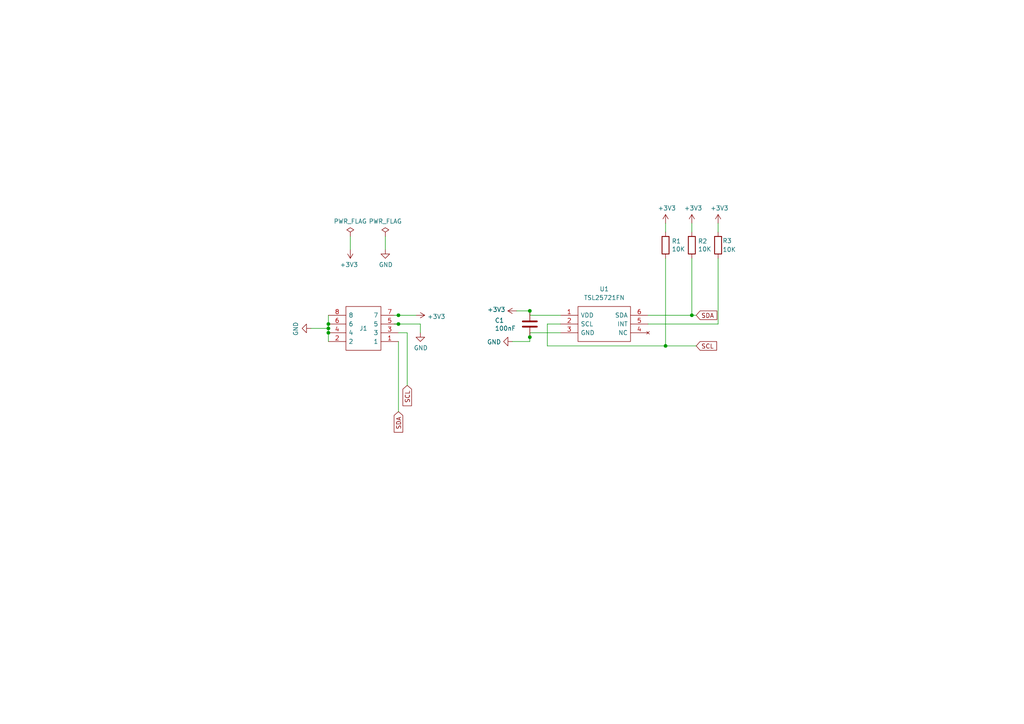
<source format=kicad_sch>
(kicad_sch (version 20211123) (generator eeschema)
  (paper "A4")
  (lib_symbols
    (symbol "Device:C" (pin_numbers hide) (pin_names (offset 0.254))
      (property "Reference" "C" (at 0.635 2.54 0))
      (property "Value" "C" (at 0.635 -2.54 0))
      (symbol "C_0_1"
        (polyline (pts (xy -2.032 -0.762) (xy 2.032 -0.762)) (stroke (width 0.508)))
        (polyline (pts (xy -2.032 0.762) (xy 2.032 0.762)) (stroke (width 0.508)))
      )
      (symbol "C_1_1"
        (pin passive line (at 0 3.81 270) (length 2.794) (name "~") (number "1"))
        (pin passive line (at 0 -3.81 90) (length 2.794) (name "~") (number "2"))
      )
    )
    (symbol "Device:R" (pin_numbers hide) (pin_names (offset 0))
      (property "Reference" "R" (at 2.032 0 90))
      (property "Value" "R" (at 0 0 90))
      (symbol "R_0_1"
        (rectangle (start -1.016 -2.54) (end 1.016 2.54) (stroke (width 0.254)))
      )
      (symbol "R_1_1"
        (pin passive line (at 0 3.81 270) (length 1.27) (name "~") (number "1"))
        (pin passive line (at 0 -3.81 90) (length 1.27) (name "~") (number "2"))
      )
    )
    (symbol "SamacSys_Parts:TSL25721FN" (pin_names (offset 0.762))
      (property "Reference" "U1" (at 12.7 7.62 0))
      (property "Value" "TSL25721FN" (at 12.7 5.08 0))
      (symbol "TSL25721FN_0_0"
        (pin passive line (at 0 0 0) (length 5.08) (name "VDD") (number "1"))
        (pin passive line (at 0 -2.54 0) (length 5.08) (name "SCL") (number "2"))
        (pin passive line (at 0 -5.08 0) (length 5.08) (name "GND") (number "3"))
        (pin no_connect line (at 25.4 -5.08 180) (length 5.08) (name "NC") (number "4"))
        (pin passive line (at 25.4 -2.54 180) (length 5.08) (name "INT") (number "5"))
        (pin passive line (at 25.4 0 180) (length 5.08) (name "SDA") (number "6"))
      )
      (symbol "TSL25721FN_0_1"
        (polyline (pts (xy 5.08 2.54) (xy 20.32 2.54) (xy 20.32 -7.62) (xy 5.08 -7.62) (xy 5.08 2.54)) (stroke (width 0.1524)))
      )
    )
    (symbol "SamacSys_Parts:TSM-104-02-S-DV-P-TR" (pin_names (offset 0.762))
      (property "Reference" "J" (at 16.51 7.62 0))
      (property "Value" "SamacSys_Parts_TSM-104-02-S-DV-P-TR" (at 16.51 5.08 0))
      (symbol "TSM-104-02-S-DV-P-TR_0_0"
        (pin passive line (at 20.32 -7.62 180) (length 5.08) (name "1") (number "1"))
        (pin passive line (at 0 -7.62 0) (length 5.08) (name "2") (number "2"))
        (pin passive line (at 20.32 -5.08 180) (length 5.08) (name "3") (number "3"))
        (pin passive line (at 0 -5.08 0) (length 5.08) (name "4") (number "4"))
        (pin passive line (at 20.32 -2.54 180) (length 5.08) (name "5") (number "5"))
        (pin passive line (at 0 -2.54 0) (length 5.08) (name "6") (number "6"))
        (pin passive line (at 20.32 0 180) (length 5.08) (name "7") (number "7"))
        (pin passive line (at 0 0 0) (length 5.08) (name "8") (number "8"))
      )
      (symbol "TSM-104-02-S-DV-P-TR_0_1"
        (polyline (pts (xy 5.08 2.54) (xy 15.24 2.54) (xy 15.24 -10.16) (xy 5.08 -10.16) (xy 5.08 2.54)) (stroke (width 0.1524)))
      )
    )
    (symbol "power:+3.3V" (power) (pin_names (offset 0))
      (property "Value" "+3.3V" (at 0 3.556 0))
      (symbol "+3.3V_0_1"
        (polyline (pts (xy -0.762 1.27) (xy 0 2.54)))
        (polyline (pts (xy 0 0) (xy 0 2.54)))
        (polyline (pts (xy 0 2.54) (xy 0.762 1.27)))
      )
      (symbol "+3.3V_1_1"
        (pin power_in line (at 0 0 90) (length 0) hide (name "+3V3") (number "1"))
      )
    )
    (symbol "power:GND" (power) (pin_names (offset 0))
      (property "Value" "GND" (at 0 -3.81 0))
      (symbol "GND_0_1"
        (polyline (pts (xy 0 0) (xy 0 -1.27) (xy 1.27 -1.27) (xy 0 -2.54) (xy -1.27 -1.27) (xy 0 -1.27)))
      )
      (symbol "GND_1_1"
        (pin power_in line (at 0 0 270) (length 0) hide (name "GND") (number "1"))
      )
    )
    (symbol "power:PWR_FLAG" (power) (pin_numbers hide) (pin_names (offset 0) hide)
      (property "Value" "PWR_FLAG" (at 0 3.81 0))
      (symbol "PWR_FLAG_0_0"
        (pin power_out line (at 0 0 90) (length 0) (name "pwr") (number "1"))
      )
      (symbol "PWR_FLAG_0_1"
        (polyline (pts (xy 0 0) (xy 0 1.27) (xy -1.016 1.905) (xy 0 2.54) (xy 1.016 1.905) (xy 0 1.27)))
      )
    )
  )
  (junction (at 115.57 91.44))
  (junction (at 95.25 93.98))
  (junction (at 153.67 97.79))
  (junction (at 153.67 90.17))
  (junction (at 193.04 100.33))
  (junction (at 95.25 96.52))
  (junction (at 200.66 91.44))
  (junction (at 95.25 95.25))
  (junction (at 115.57 93.98))
  (wire (pts (xy 153.67 97.79) (xy 153.67 99.06)))
  (wire (pts (xy 101.6 68.58) (xy 101.6 72.39)))
  (wire (pts (xy 153.67 91.44) (xy 153.67 90.17)))
  (wire (pts (xy 118.11 96.52) (xy 115.57 96.52)))
  (wire (pts (xy 95.25 96.52) (xy 95.25 99.06)))
  (wire (pts (xy 153.67 99.06) (xy 148.59 99.06)))
  (wire (pts (xy 208.28 64.77) (xy 208.28 67.31)))
  (wire (pts (xy 95.25 93.98) (xy 95.25 95.25)))
  (wire (pts (xy 162.56 93.98) (xy 158.75 93.98)))
  (wire (pts (xy 158.75 93.98) (xy 158.75 100.33)))
  (wire (pts (xy 193.04 100.33) (xy 201.93 100.33)))
  (wire (pts (xy 115.57 91.44) (xy 120.65 91.44)))
  (wire (pts (xy 201.93 91.44) (xy 200.66 91.44)))
  (wire (pts (xy 208.28 93.98) (xy 187.96 93.98)))
  (wire (pts (xy 114.3 91.44) (xy 115.57 91.44)))
  (wire (pts (xy 115.57 93.98) (xy 121.92 93.98)))
  (wire (pts (xy 95.25 91.44) (xy 95.25 93.98)))
  (wire (pts (xy 90.17 95.25) (xy 95.25 95.25)))
  (wire (pts (xy 158.75 100.33) (xy 193.04 100.33)))
  (wire (pts (xy 193.04 74.93) (xy 193.04 100.33)))
  (wire (pts (xy 200.66 91.44) (xy 187.96 91.44)))
  (wire (pts (xy 193.04 64.77) (xy 193.04 67.31)))
  (wire (pts (xy 200.66 67.31) (xy 200.66 64.77)))
  (wire (pts (xy 162.56 96.52) (xy 153.67 96.52)))
  (wire (pts (xy 111.76 72.39) (xy 111.76 68.58)))
  (wire (pts (xy 118.11 96.52) (xy 118.11 111.76)))
  (wire (pts (xy 95.25 95.25) (xy 95.25 96.52)))
  (wire (pts (xy 121.92 96.52) (xy 121.92 93.98)))
  (wire (pts (xy 153.67 90.17) (xy 149.86 90.17)))
  (wire (pts (xy 162.56 91.44) (xy 153.67 91.44)))
  (wire (pts (xy 200.66 91.44) (xy 200.66 74.93)))
  (wire (pts (xy 114.3 93.98) (xy 115.57 93.98)))
  (wire (pts (xy 208.28 74.93) (xy 208.28 93.98)))
  (wire (pts (xy 153.67 96.52) (xy 153.67 97.79)))
  (wire (pts (xy 115.57 99.06) (xy 115.57 119.38)))
  (global_label "SDA" (shape input) (at 115.57 119.38 270) (property "Intersheet References" "${INTERSHEET_REFS}" (effects hide)))
  (global_label "SCL" (shape input) (at 118.11 111.76 270) (property "Intersheet References" "${INTERSHEET_REFS}" (effects hide)))
  (global_label "SDA" (shape input) (at 201.93 91.44 0) (property "Intersheet References" "${INTERSHEET_REFS}" (effects hide)))
  (global_label "SCL" (shape input) (at 201.93 100.33 0) (property "Intersheet References" "${INTERSHEET_REFS}" (effects hide)))
  (symbol (lib_id "SamacSys_Parts:TSM-104-02-S-DV-P-TR") (at 95.25 91.44 0) (unit 1)
    (property "Reference" "J1" (at 105.41 95.25 0))
    (property "Value" "TSM-104-02-S-DV-P-TR" (effects hide))
    (property "Footprint" "TSM-104-YY-ZZZ-DV-P-TR" (effects hide))
    (property "Datasheet" "http://suddendocs.samtec.com/prints/tsm-1xx-xx-xxx-xx-x-xxx-x-mkt.pdf" (effects hide))
    (property "Description" "8 Position, Dual-Row, .100&quot; Surface Mount Terminal Strip" (effects hide))
    (property "Manufacturer_Name" "SAMTEC" (effects hide))
    (property "Manufacturer_Part_Number" "TSM-104-02-S-DV-P-TR" (effects hide))
    (property "Arrow Part Number" "TSM-104-02-S-DV-P-TR" (effects hide))
    (property "Arrow Price/Stock" "https://www.arrow.com/en/products/tsm-104-02-s-dv-p-tr/samtec" (effects hide))
    (property "Mouser Part Number" "200-TSM10402SDVPTR" (effects hide))
    (property "Mouser Price/Stock" "https://www.mouser.co.uk/ProductDetail/Samtec/TSM-104-02-S-DV-P-TR?qs=0lQeLiL1qyYnr3uHEjAxRw%3D%3D" (effects hide))
  )
  (symbol (lib_id "power:+3.3V") (at 101.6 72.39 180) (unit 1)
    (property "Reference" "#PWR0101" (effects hide))
    (property "Value" "+3.3V" (at 101.219 76.7842 0))
  )
  (symbol (lib_id "power:GND") (at 111.76 72.39 0) (unit 1)
    (property "Reference" "#PWR0102" (effects hide))
    (property "Value" "GND" (at 111.887 76.7842 0))
  )
  (symbol (lib_id "power:PWR_FLAG") (at 101.6 68.58 0) (unit 1)
    (property "Reference" "#FLG0101" (effects hide))
    (property "Value" "PWR_FLAG" (at 101.6 64.1858 0))
  )
  (symbol (lib_id "power:+3.3V") (at 120.65 91.44 270) (unit 1)
    (property "Reference" "#PWR0104" (effects hide))
    (property "Value" "+3.3V" (at 123.9012 91.821 90) (effects (justify left)))
  )
  (symbol (lib_id "power:GND") (at 121.92 96.52 0) (unit 1)
    (property "Reference" "#PWR0105" (effects hide))
    (property "Value" "GND" (at 122.047 100.9142 0))
  )
  (symbol (lib_id "power:+3.3V") (at 149.86 90.17 90) (unit 1)
    (property "Reference" "#PWR0106" (effects hide))
    (property "Value" "+3.3V" (at 146.6088 89.789 90) (effects (justify left)))
  )
  (symbol (lib_id "power:GND") (at 148.59 99.06 270) (unit 1)
    (property "Reference" "#PWR0107" (effects hide))
    (property "Value" "GND" (at 145.3388 99.187 90) (effects (justify right)))
  )
  (symbol (lib_id "power:PWR_FLAG") (at 111.76 68.58 0) (unit 1)
    (property "Reference" "#FLG0102" (effects hide))
    (property "Value" "PWR_FLAG" (at 111.76 64.1858 0))
  )
  (symbol (lib_id "Device:C") (at 153.67 93.98 0) (unit 1)
    (property "Reference" "C1" (at 143.51 92.9386 0) (effects (justify left)))
    (property "Value" "100nF" (at 143.51 95.25 0) (effects (justify left)))
    (property "Footprint" "Capacitor_SMD:C_1206_3216Metric_Pad1.42x1.75mm_HandSolder" (effects hide))
  )
  (symbol (lib_id "power:+3.3V") (at 208.28 64.77 0) (unit 1)
    (property "Reference" "#PWR0103" (effects hide))
    (property "Value" "+3.3V" (at 208.661 60.3758 0))
  )
  (symbol (lib_id "Device:R") (at 208.28 71.12 0) (unit 1)
    (property "Reference" "R3" (at 209.55 69.85 0) (effects (justify left)))
    (property "Value" "10K" (at 209.55 72.39 0) (effects (justify left)))
    (property "Footprint" "Resistor_SMD:R_1206_3216Metric" (effects hide))
  )
  (symbol (lib_id "Device:R") (at 193.04 71.12 0) (unit 1)
    (property "Reference" "R1" (at 194.818 69.9516 0) (effects (justify left)))
    (property "Value" "10K" (at 194.818 72.263 0) (effects (justify left)))
    (property "Footprint" "Resistor_SMD:R_1206_3216Metric" (effects hide))
  )
  (symbol (lib_id "Device:R") (at 200.66 71.12 0) (unit 1)
    (property "Reference" "R2" (at 202.438 69.9516 0) (effects (justify left)))
    (property "Value" "10K" (at 202.438 72.263 0) (effects (justify left)))
    (property "Footprint" "Resistor_SMD:R_1206_3216Metric" (effects hide))
  )
  (symbol (lib_id "power:+3.3V") (at 193.04 64.77 0) (unit 1)
    (property "Reference" "#PWR0108" (effects hide))
    (property "Value" "+3.3V" (at 193.421 60.3758 0))
  )
  (symbol (lib_id "power:+3.3V") (at 200.66 64.77 0) (unit 1)
    (property "Reference" "#PWR0109" (effects hide))
    (property "Value" "+3.3V" (at 201.041 60.3758 0))
  )
  (symbol (lib_id "power:GND") (at 90.17 95.25 270) (unit 1)
    (property "Reference" "#PWR0110" (effects hide))
    (property "Value" "GND" (at 85.7758 95.377 0))
  )
  (symbol (lib_id "SamacSys_Parts:TSL25721FN") (at 162.56 91.44 0) (unit 1)
    (property "Reference" "U1" (at 175.26 83.82 0))
    (property "Value" "TSL25721FN" (at 175.26 86.36 0))
    (property "Footprint" "KiCAD Part Library:TSL2752" (effects hide))
    (property "Datasheet" "https://datasheet.datasheetarchive.com/originals/distributors/DKDS-7/120558.pdf" (effects hide))
    (property "Description" "Light to Digital Converters ALS, I2C Vbus= VDD Interface" (effects hide))
    (property "Manufacturer_Name" "ams" (effects hide))
    (property "Manufacturer_Part_Number" "TSL25721FN" (effects hide))
    (property "Mouser Part Number" "985-TSL25721FN" (effects hide))
    (property "Mouser Price/Stock" "https://www.mouser.co.uk/ProductDetail/ams/TSL25721FN?qs=ECv0MKUHA8GP%252Bsx2cFEj1g%3D%3D" (effects hide))
    (property "Arrow Part Number" "TSL25721FN" (effects hide))
    (property "Arrow Price/Stock" "https://www.arrow.com/en/products/tsl25721fn/ams-ag?region=nac" (effects hide))
  )
)
</source>
